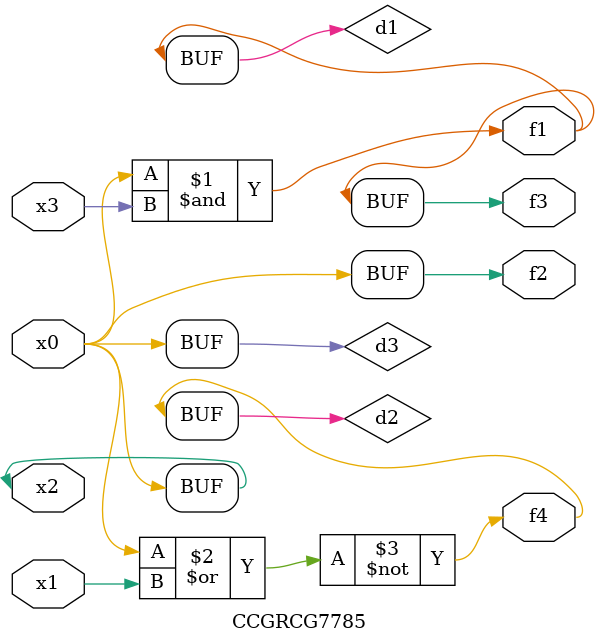
<source format=v>
module CCGRCG7785(
	input x0, x1, x2, x3,
	output f1, f2, f3, f4
);

	wire d1, d2, d3;

	and (d1, x2, x3);
	nor (d2, x0, x1);
	buf (d3, x0, x2);
	assign f1 = d1;
	assign f2 = d3;
	assign f3 = d1;
	assign f4 = d2;
endmodule

</source>
